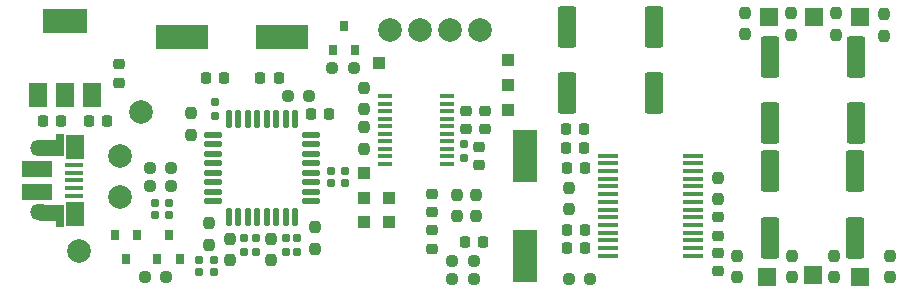
<source format=gbr>
%TF.GenerationSoftware,KiCad,Pcbnew,6.0.11-2627ca5db0~126~ubuntu20.04.1*%
%TF.CreationDate,2023-10-30T14:57:03+01:00*%
%TF.ProjectId,usb-interface,7573622d-696e-4746-9572-666163652e6b,rev?*%
%TF.SameCoordinates,Original*%
%TF.FileFunction,Soldermask,Top*%
%TF.FilePolarity,Negative*%
%FSLAX46Y46*%
G04 Gerber Fmt 4.6, Leading zero omitted, Abs format (unit mm)*
G04 Created by KiCad (PCBNEW 6.0.11-2627ca5db0~126~ubuntu20.04.1) date 2023-10-30 14:57:03*
%MOMM*%
%LPD*%
G01*
G04 APERTURE LIST*
G04 Aperture macros list*
%AMRoundRect*
0 Rectangle with rounded corners*
0 $1 Rounding radius*
0 $2 $3 $4 $5 $6 $7 $8 $9 X,Y pos of 4 corners*
0 Add a 4 corners polygon primitive as box body*
4,1,4,$2,$3,$4,$5,$6,$7,$8,$9,$2,$3,0*
0 Add four circle primitives for the rounded corners*
1,1,$1+$1,$2,$3*
1,1,$1+$1,$4,$5*
1,1,$1+$1,$6,$7*
1,1,$1+$1,$8,$9*
0 Add four rect primitives between the rounded corners*
20,1,$1+$1,$2,$3,$4,$5,0*
20,1,$1+$1,$4,$5,$6,$7,0*
20,1,$1+$1,$6,$7,$8,$9,0*
20,1,$1+$1,$8,$9,$2,$3,0*%
G04 Aperture macros list end*
%ADD10RoundRect,0.225000X-0.225000X-0.250000X0.225000X-0.250000X0.225000X0.250000X-0.225000X0.250000X0*%
%ADD11RoundRect,0.225000X0.250000X-0.225000X0.250000X0.225000X-0.250000X0.225000X-0.250000X-0.225000X0*%
%ADD12RoundRect,0.225000X-0.250000X0.225000X-0.250000X-0.225000X0.250000X-0.225000X0.250000X0.225000X0*%
%ADD13RoundRect,0.250000X0.550000X-1.500000X0.550000X1.500000X-0.550000X1.500000X-0.550000X-1.500000X0*%
%ADD14RoundRect,0.250000X-0.550000X1.500000X-0.550000X-1.500000X0.550000X-1.500000X0.550000X1.500000X0*%
%ADD15RoundRect,0.225000X0.225000X0.250000X-0.225000X0.250000X-0.225000X-0.250000X0.225000X-0.250000X0*%
%ADD16RoundRect,0.237500X0.250000X0.237500X-0.250000X0.237500X-0.250000X-0.237500X0.250000X-0.237500X0*%
%ADD17RoundRect,0.160000X0.197500X0.160000X-0.197500X0.160000X-0.197500X-0.160000X0.197500X-0.160000X0*%
%ADD18RoundRect,0.237500X-0.237500X0.250000X-0.237500X-0.250000X0.237500X-0.250000X0.237500X0.250000X0*%
%ADD19RoundRect,0.160000X-0.160000X0.197500X-0.160000X-0.197500X0.160000X-0.197500X0.160000X0.197500X0*%
%ADD20RoundRect,0.160000X0.160000X-0.197500X0.160000X0.197500X-0.160000X0.197500X-0.160000X-0.197500X0*%
%ADD21RoundRect,0.160000X-0.197500X-0.160000X0.197500X-0.160000X0.197500X0.160000X-0.197500X0.160000X0*%
%ADD22RoundRect,0.237500X0.237500X-0.250000X0.237500X0.250000X-0.237500X0.250000X-0.237500X-0.250000X0*%
%ADD23RoundRect,0.237500X-0.250000X-0.237500X0.250000X-0.237500X0.250000X0.237500X-0.250000X0.237500X0*%
%ADD24C,2.000000*%
%ADD25R,1.500000X1.500000*%
%ADD26RoundRect,0.125000X-0.625000X-0.125000X0.625000X-0.125000X0.625000X0.125000X-0.625000X0.125000X0*%
%ADD27RoundRect,0.125000X-0.125000X-0.625000X0.125000X-0.625000X0.125000X0.625000X-0.125000X0.625000X0*%
%ADD28R,1.500000X2.000000*%
%ADD29R,3.800000X2.000000*%
%ADD30R,1.200000X0.400000*%
%ADD31R,1.750000X0.450000*%
%ADD32R,4.500000X2.000000*%
%ADD33R,2.000000X4.500000*%
%ADD34R,0.800000X0.900000*%
%ADD35R,1.650000X0.400000*%
%ADD36R,2.500000X1.430000*%
%ADD37O,1.500000X1.100000*%
%ADD38O,1.700000X1.350000*%
%ADD39R,2.000000X1.350000*%
%ADD40R,0.700000X1.825000*%
%ADD41R,1.000000X1.000000*%
G04 APERTURE END LIST*
D10*
%TO.C,C3*%
X27850000Y-80000000D03*
X29400000Y-80000000D03*
%TD*%
%TO.C,C6*%
X46625000Y-79450000D03*
X48175000Y-79450000D03*
%TD*%
D11*
%TO.C,C7*%
X56900000Y-87750000D03*
X56900000Y-86200000D03*
%TD*%
D12*
%TO.C,C8*%
X56900000Y-89275000D03*
X56900000Y-90825000D03*
%TD*%
D11*
%TO.C,C9*%
X61350000Y-80700000D03*
X61350000Y-79150000D03*
%TD*%
%TO.C,C10*%
X59800000Y-80700000D03*
X59800000Y-79150000D03*
%TD*%
D12*
%TO.C,C11*%
X60900000Y-82200000D03*
X60900000Y-83750000D03*
%TD*%
%TO.C,C12*%
X81144286Y-91175000D03*
X81144286Y-92725000D03*
%TD*%
D11*
%TO.C,C13*%
X81144286Y-89725000D03*
X81144286Y-88175000D03*
%TD*%
D13*
%TO.C,C14*%
X68300000Y-77694287D03*
X68300000Y-72094287D03*
%TD*%
D14*
%TO.C,C15*%
X85544286Y-84300000D03*
X85544286Y-89900000D03*
%TD*%
%TO.C,C16*%
X92744286Y-84300000D03*
X92744286Y-89900000D03*
%TD*%
D13*
%TO.C,C17*%
X75650000Y-77694287D03*
X75650000Y-72094287D03*
%TD*%
D10*
%TO.C,C18*%
X68300000Y-89250000D03*
X69850000Y-89250000D03*
%TD*%
%TO.C,C19*%
X68325000Y-84000000D03*
X69875000Y-84000000D03*
%TD*%
D13*
%TO.C,C20*%
X92750000Y-80200000D03*
X92750000Y-74600000D03*
%TD*%
%TO.C,C21*%
X85500000Y-80200000D03*
X85500000Y-74600000D03*
%TD*%
D10*
%TO.C,C22*%
X59675000Y-90250000D03*
X61225000Y-90250000D03*
%TD*%
D15*
%TO.C,C23*%
X69800000Y-80700000D03*
X68250000Y-80700000D03*
%TD*%
D10*
%TO.C,C24*%
X68250000Y-82300000D03*
X69800000Y-82300000D03*
%TD*%
D16*
%TO.C,R1*%
X34825000Y-85500000D03*
X33000000Y-85500000D03*
%TD*%
%TO.C,R2*%
X34825000Y-84000000D03*
X33000000Y-84000000D03*
%TD*%
D17*
%TO.C,R3*%
X34597500Y-87000000D03*
X33402500Y-87000000D03*
%TD*%
%TO.C,R4*%
X34597500Y-88000000D03*
X33402500Y-88000000D03*
%TD*%
D18*
%TO.C,R5*%
X36500000Y-79387500D03*
X36500000Y-81212500D03*
%TD*%
D16*
%TO.C,R6*%
X46500000Y-77900000D03*
X44675000Y-77900000D03*
%TD*%
D19*
%TO.C,R7*%
X38500000Y-78402500D03*
X38500000Y-79597500D03*
%TD*%
D20*
%TO.C,R8*%
X42000000Y-91097500D03*
X42000000Y-89902500D03*
%TD*%
%TO.C,R9*%
X41000000Y-91097500D03*
X41000000Y-89902500D03*
%TD*%
%TO.C,R10*%
X45500000Y-91097500D03*
X45500000Y-89902500D03*
%TD*%
%TO.C,R11*%
X44500000Y-91097500D03*
X44500000Y-89902500D03*
%TD*%
D21*
%TO.C,R12*%
X48305000Y-84250000D03*
X49500000Y-84250000D03*
%TD*%
D17*
%TO.C,R13*%
X49500000Y-85250000D03*
X48305000Y-85250000D03*
%TD*%
D22*
%TO.C,R14*%
X39750000Y-91825000D03*
X39750000Y-90000000D03*
%TD*%
%TO.C,R15*%
X43250000Y-91825000D03*
X43250000Y-90000000D03*
%TD*%
%TO.C,R16*%
X47000000Y-90825000D03*
X47000000Y-89000000D03*
%TD*%
D21*
%TO.C,R17*%
X37205000Y-92800000D03*
X38400000Y-92800000D03*
%TD*%
%TO.C,R18*%
X37205000Y-91800000D03*
X38400000Y-91800000D03*
%TD*%
D22*
%TO.C,R19*%
X38000000Y-90500000D03*
X38000000Y-88675000D03*
%TD*%
D16*
%TO.C,R20*%
X34412500Y-93250000D03*
X32587500Y-93250000D03*
%TD*%
D19*
%TO.C,R21*%
X59600000Y-81952500D03*
X59600000Y-83147500D03*
%TD*%
D18*
%TO.C,R22*%
X60600000Y-86275000D03*
X60600000Y-88100000D03*
%TD*%
%TO.C,R23*%
X59000000Y-86275000D03*
X59000000Y-88100000D03*
%TD*%
%TO.C,R32*%
X51150000Y-77200000D03*
X51150000Y-79025000D03*
%TD*%
%TO.C,R33*%
X51150000Y-80575000D03*
X51150000Y-82400000D03*
%TD*%
D23*
%TO.C,R34*%
X48450000Y-75500000D03*
X50275000Y-75500000D03*
%TD*%
D16*
%TO.C,R35*%
X60412500Y-91875000D03*
X58587500Y-91875000D03*
%TD*%
%TO.C,R36*%
X60412500Y-93375000D03*
X58587500Y-93375000D03*
%TD*%
%TO.C,R37*%
X70300000Y-93400000D03*
X68475000Y-93400000D03*
%TD*%
D22*
%TO.C,R38*%
X81144286Y-86675000D03*
X81144286Y-84850000D03*
%TD*%
D24*
%TO.C,TP1*%
X32250000Y-79250000D03*
%TD*%
%TO.C,TP2*%
X27000000Y-91000000D03*
%TD*%
%TO.C,TP3*%
X30500000Y-86500000D03*
%TD*%
%TO.C,TP4*%
X30500000Y-83000000D03*
%TD*%
%TO.C,TP5*%
X58420000Y-72300000D03*
%TD*%
%TO.C,TP6*%
X55880000Y-72300000D03*
%TD*%
%TO.C,TP7*%
X53340000Y-72300000D03*
%TD*%
%TO.C,TP8*%
X60960000Y-72300000D03*
%TD*%
D25*
%TO.C,TP9*%
X93094286Y-93250000D03*
%TD*%
%TO.C,TP10*%
X85244286Y-93250000D03*
%TD*%
%TO.C,TP11*%
X89150000Y-93100000D03*
%TD*%
%TO.C,TP12*%
X93100000Y-71250000D03*
%TD*%
%TO.C,TP13*%
X85400000Y-71250000D03*
%TD*%
%TO.C,TP14*%
X89200000Y-71250000D03*
%TD*%
D26*
%TO.C,U1*%
X38325000Y-81200000D03*
X38325000Y-82000000D03*
X38325000Y-82800000D03*
X38325000Y-83600000D03*
X38325000Y-84400000D03*
X38325000Y-85200000D03*
X38325000Y-86000000D03*
X38325000Y-86800000D03*
D27*
X39700000Y-88175000D03*
X40500000Y-88175000D03*
X41300000Y-88175000D03*
X42100000Y-88175000D03*
X42900000Y-88175000D03*
X43700000Y-88175000D03*
X44500000Y-88175000D03*
X45300000Y-88175000D03*
D26*
X46675000Y-86800000D03*
X46675000Y-86000000D03*
X46675000Y-85200000D03*
X46675000Y-84400000D03*
X46675000Y-83600000D03*
X46675000Y-82800000D03*
X46675000Y-82000000D03*
X46675000Y-81200000D03*
D27*
X45300000Y-79825000D03*
X44500000Y-79825000D03*
X43700000Y-79825000D03*
X42900000Y-79825000D03*
X42100000Y-79825000D03*
X41300000Y-79825000D03*
X40500000Y-79825000D03*
X39700000Y-79825000D03*
%TD*%
D28*
%TO.C,U2*%
X23500000Y-77850000D03*
D29*
X25800000Y-71550000D03*
D28*
X25800000Y-77850000D03*
X28100000Y-77850000D03*
%TD*%
D30*
%TO.C,U3*%
X52950000Y-77942500D03*
X52950000Y-78577500D03*
X52950000Y-79212500D03*
X52950000Y-79847500D03*
X52950000Y-80482500D03*
X52950000Y-81117500D03*
X52950000Y-81752500D03*
X52950000Y-82387500D03*
X52950000Y-83022500D03*
X52950000Y-83657500D03*
X58150000Y-83657500D03*
X58150000Y-83022500D03*
X58150000Y-82387500D03*
X58150000Y-81752500D03*
X58150000Y-81117500D03*
X58150000Y-80482500D03*
X58150000Y-79847500D03*
X58150000Y-79212500D03*
X58150000Y-78577500D03*
X58150000Y-77942500D03*
%TD*%
D31*
%TO.C,U4*%
X79000000Y-91425000D03*
X79000000Y-90775000D03*
X79000000Y-90125000D03*
X79000000Y-89475000D03*
X79000000Y-88825000D03*
X79000000Y-88175000D03*
X79000000Y-87525000D03*
X79000000Y-86875000D03*
X79000000Y-86225000D03*
X79000000Y-85575000D03*
X79000000Y-84925000D03*
X79000000Y-84275000D03*
X79000000Y-83625000D03*
X79000000Y-82975000D03*
X71800000Y-82975000D03*
X71800000Y-83625000D03*
X71800000Y-84275000D03*
X71800000Y-84925000D03*
X71800000Y-85575000D03*
X71800000Y-86225000D03*
X71800000Y-86875000D03*
X71800000Y-87525000D03*
X71800000Y-88175000D03*
X71800000Y-88825000D03*
X71800000Y-89475000D03*
X71800000Y-90125000D03*
X71800000Y-90775000D03*
X71800000Y-91425000D03*
%TD*%
D32*
%TO.C,Y1*%
X35687500Y-72950000D03*
X44187500Y-72950000D03*
%TD*%
D33*
%TO.C,Y2*%
X64800000Y-83000000D03*
X64800000Y-91500000D03*
%TD*%
D18*
%TO.C,R39*%
X87400000Y-91450000D03*
X87400000Y-93275000D03*
%TD*%
D22*
%TO.C,R40*%
X82744286Y-93275000D03*
X82744286Y-91450000D03*
%TD*%
D18*
%TO.C,R41*%
X95644286Y-91450000D03*
X95644286Y-93275000D03*
%TD*%
D22*
%TO.C,R42*%
X90900000Y-93275000D03*
X90900000Y-91450000D03*
%TD*%
D18*
%TO.C,R43*%
X83400000Y-70875000D03*
X83400000Y-72700000D03*
%TD*%
D22*
%TO.C,R44*%
X87300000Y-72712500D03*
X87300000Y-70887500D03*
%TD*%
D18*
%TO.C,R45*%
X91100000Y-70893213D03*
X91100000Y-72718213D03*
%TD*%
D22*
%TO.C,R46*%
X95200000Y-72800000D03*
X95200000Y-70975000D03*
%TD*%
D34*
%TO.C,Q1*%
X33640000Y-91700000D03*
X35540000Y-91700000D03*
X34590000Y-89700000D03*
%TD*%
%TO.C,Q2*%
X31950000Y-89720000D03*
X30050000Y-89720000D03*
X31000000Y-91720000D03*
%TD*%
%TO.C,Q3*%
X48500000Y-74000000D03*
X50400000Y-74000000D03*
X49450000Y-72000000D03*
%TD*%
D35*
%TO.C,J1*%
X26565000Y-83740000D03*
X26565000Y-84390000D03*
X26565000Y-85040000D03*
X26565000Y-85690000D03*
X26565000Y-86340000D03*
D36*
X23415000Y-86000000D03*
D37*
X26685000Y-82620000D03*
D28*
X26665000Y-82190000D03*
D38*
X23685000Y-87770000D03*
D39*
X24615000Y-82310000D03*
D28*
X26685000Y-87940000D03*
D40*
X25365000Y-82090000D03*
D37*
X26685000Y-87460000D03*
D36*
X23415000Y-84080000D03*
D39*
X24615000Y-87790000D03*
D38*
X23685000Y-82310000D03*
D40*
X25365000Y-88040000D03*
%TD*%
D15*
%TO.C,C2*%
X25500000Y-80000000D03*
X23950000Y-80000000D03*
%TD*%
D11*
%TO.C,C5*%
X30400000Y-76775000D03*
X30400000Y-75225000D03*
%TD*%
D10*
%TO.C,C4*%
X42350000Y-76400000D03*
X43900000Y-76400000D03*
%TD*%
D15*
%TO.C,C1*%
X39275000Y-76400000D03*
X37725000Y-76400000D03*
%TD*%
D41*
%TO.C,TP17*%
X51100000Y-86550000D03*
%TD*%
%TO.C,TP20*%
X63300000Y-77000000D03*
%TD*%
%TO.C,TP15*%
X53250000Y-88600000D03*
%TD*%
%TO.C,TP23*%
X63300000Y-74900000D03*
%TD*%
D22*
%TO.C,R26*%
X68450000Y-87512500D03*
X68450000Y-85687500D03*
%TD*%
D41*
%TO.C,TP16*%
X52400000Y-75100000D03*
%TD*%
%TO.C,TP18*%
X51100000Y-88600000D03*
%TD*%
D10*
%TO.C,C25*%
X68300000Y-90800000D03*
X69850000Y-90800000D03*
%TD*%
D41*
%TO.C,TP21*%
X63300000Y-79100000D03*
%TD*%
%TO.C,TP19*%
X51100000Y-84450000D03*
%TD*%
%TO.C,TP22*%
X53250000Y-86550000D03*
%TD*%
M02*

</source>
